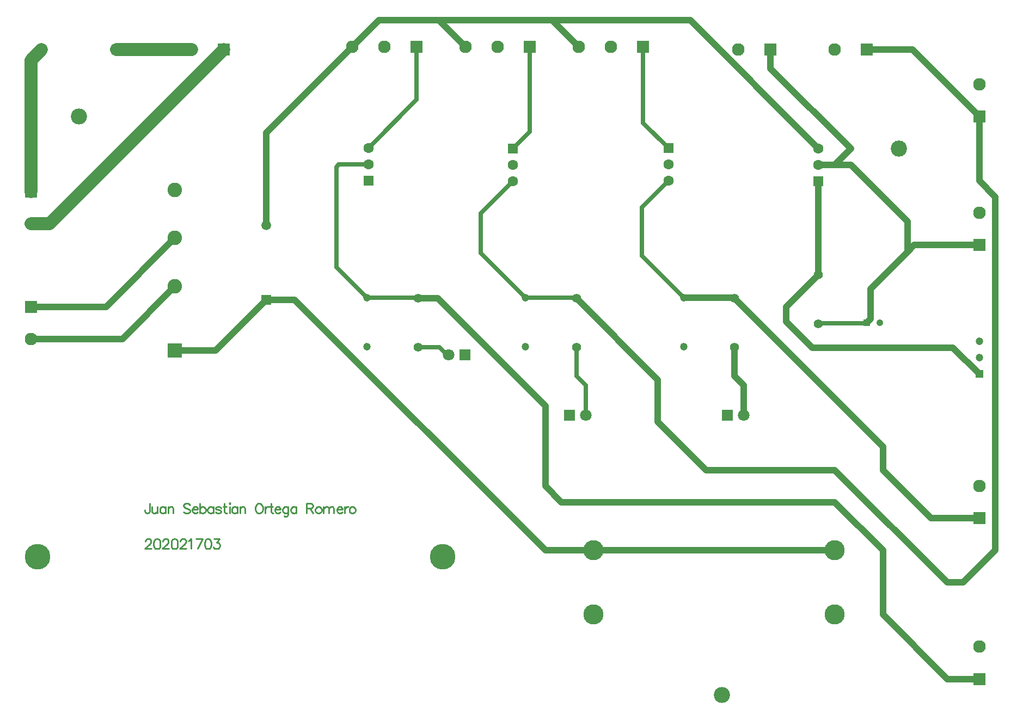
<source format=gtl>
G04*
G04 #@! TF.GenerationSoftware,Altium Limited,Altium Designer,22.8.2 (66)*
G04*
G04 Layer_Physical_Order=1*
G04 Layer_Color=255*
%FSLAX23Y23*%
%MOIN*%
G70*
G04*
G04 #@! TF.SameCoordinates,A233365A-AB87-4AD3-B6C5-22BC27BC872C*
G04*
G04*
G04 #@! TF.FilePolarity,Positive*
G04*
G01*
G75*
%ADD13C,0.028*%
%ADD14C,0.010*%
%ADD38C,0.039*%
%ADD39C,0.079*%
%ADD40C,0.063*%
%ADD41R,0.063X0.063*%
%ADD42C,0.157*%
%ADD43C,0.123*%
%ADD44O,0.099X0.097*%
%ADD45O,0.099X0.099*%
%ADD46C,0.055*%
%ADD47C,0.063*%
%ADD48R,0.063X0.063*%
%ADD49C,0.071*%
%ADD50R,0.071X0.071*%
%ADD51C,0.047*%
%ADD52R,0.077X0.077*%
%ADD53C,0.077*%
%ADD54R,0.077X0.077*%
%ADD55C,0.059*%
%ADD56R,0.059X0.059*%
%ADD57C,0.089*%
%ADD58R,0.089X0.089*%
%ADD59R,0.059X0.059*%
%ADD60R,0.047X0.047*%
%ADD61R,0.041X0.041*%
%ADD62C,0.041*%
D13*
X2362Y3743D02*
X2657Y4039D01*
Y4364D01*
X4044Y3898D02*
X4199Y3743D01*
X4044Y3898D02*
Y4364D01*
X4035Y3085D02*
Y3379D01*
X4199Y3543D01*
X3248Y3740D02*
X3351Y3843D01*
Y4364D01*
X3051Y3343D02*
X3248Y3540D01*
X3051Y3099D02*
Y3343D01*
Y3099D02*
X3322Y2828D01*
X2165Y3627D02*
X2181Y3643D01*
X2362D01*
X2165Y3015D02*
Y3627D01*
X5118Y2668D02*
X5120Y2671D01*
X4035Y3085D02*
X4292Y2828D01*
X5120Y2671D02*
X5411D01*
X5413Y2673D01*
X3635Y2347D02*
Y2523D01*
Y2347D02*
X3692Y2289D01*
Y2108D02*
Y2289D01*
X3325Y2826D02*
X3632D01*
X3322Y2828D02*
X3325Y2826D01*
X3632D02*
X3635Y2823D01*
X2795Y2523D02*
X2842Y2476D01*
X2667Y2523D02*
X2795D01*
X2842Y2476D02*
X2854D01*
X2355Y2826D02*
X2665D01*
X2352Y2828D02*
X2355Y2826D01*
X2665D02*
X2667Y2823D01*
X2165Y3015D02*
X2352Y2828D01*
X820Y4346D02*
X838Y4364D01*
X341Y4351D02*
X343Y4349D01*
D14*
X997Y1335D02*
Y1338D01*
X1000Y1344D01*
X1003Y1347D01*
X1009Y1350D01*
X1020D01*
X1026Y1347D01*
X1029Y1344D01*
X1031Y1338D01*
Y1332D01*
X1029Y1327D01*
X1023Y1318D01*
X994Y1290D01*
X1034D01*
X1065Y1350D02*
X1056Y1347D01*
X1051Y1338D01*
X1048Y1324D01*
Y1315D01*
X1051Y1301D01*
X1056Y1292D01*
X1065Y1290D01*
X1071D01*
X1079Y1292D01*
X1085Y1301D01*
X1088Y1315D01*
Y1324D01*
X1085Y1338D01*
X1079Y1347D01*
X1071Y1350D01*
X1065D01*
X1104Y1335D02*
Y1338D01*
X1107Y1344D01*
X1110Y1347D01*
X1115Y1350D01*
X1127D01*
X1133Y1347D01*
X1135Y1344D01*
X1138Y1338D01*
Y1332D01*
X1135Y1327D01*
X1130Y1318D01*
X1101Y1290D01*
X1141D01*
X1172Y1350D02*
X1163Y1347D01*
X1157Y1338D01*
X1155Y1324D01*
Y1315D01*
X1157Y1301D01*
X1163Y1292D01*
X1172Y1290D01*
X1177D01*
X1186Y1292D01*
X1192Y1301D01*
X1194Y1315D01*
Y1324D01*
X1192Y1338D01*
X1186Y1347D01*
X1177Y1350D01*
X1172D01*
X1211Y1335D02*
Y1338D01*
X1214Y1344D01*
X1216Y1347D01*
X1222Y1350D01*
X1234D01*
X1239Y1347D01*
X1242Y1344D01*
X1245Y1338D01*
Y1332D01*
X1242Y1327D01*
X1236Y1318D01*
X1208Y1290D01*
X1248D01*
X1261Y1338D02*
X1267Y1341D01*
X1276Y1350D01*
Y1290D01*
X1345Y1350D02*
X1317Y1290D01*
X1305Y1350D02*
X1345D01*
X1376D02*
X1367Y1347D01*
X1362Y1338D01*
X1359Y1324D01*
Y1315D01*
X1362Y1301D01*
X1367Y1292D01*
X1376Y1290D01*
X1382D01*
X1390Y1292D01*
X1396Y1301D01*
X1399Y1315D01*
Y1324D01*
X1396Y1338D01*
X1390Y1347D01*
X1382Y1350D01*
X1376D01*
X1418D02*
X1449D01*
X1432Y1327D01*
X1441D01*
X1446Y1324D01*
X1449Y1321D01*
X1452Y1312D01*
Y1307D01*
X1449Y1298D01*
X1444Y1292D01*
X1435Y1290D01*
X1426D01*
X1418Y1292D01*
X1415Y1295D01*
X1412Y1301D01*
X1023Y1566D02*
Y1521D01*
X1020Y1512D01*
X1017Y1509D01*
X1011Y1506D01*
X1006D01*
X1000Y1509D01*
X997Y1512D01*
X994Y1521D01*
Y1526D01*
X1038Y1546D02*
Y1518D01*
X1041Y1509D01*
X1047Y1506D01*
X1055D01*
X1061Y1509D01*
X1070Y1518D01*
Y1546D02*
Y1506D01*
X1120Y1546D02*
Y1506D01*
Y1538D02*
X1114Y1544D01*
X1108Y1546D01*
X1100D01*
X1094Y1544D01*
X1088Y1538D01*
X1085Y1529D01*
Y1524D01*
X1088Y1515D01*
X1094Y1509D01*
X1100Y1506D01*
X1108D01*
X1114Y1509D01*
X1120Y1515D01*
X1136Y1546D02*
Y1506D01*
Y1535D02*
X1144Y1544D01*
X1150Y1546D01*
X1159D01*
X1164Y1544D01*
X1167Y1535D01*
Y1506D01*
X1270Y1558D02*
X1264Y1564D01*
X1256Y1566D01*
X1244D01*
X1236Y1564D01*
X1230Y1558D01*
Y1552D01*
X1233Y1546D01*
X1236Y1544D01*
X1241Y1541D01*
X1258Y1535D01*
X1264Y1532D01*
X1267Y1529D01*
X1270Y1524D01*
Y1515D01*
X1264Y1509D01*
X1256Y1506D01*
X1244D01*
X1236Y1509D01*
X1230Y1515D01*
X1283Y1529D02*
X1318D01*
Y1535D01*
X1315Y1541D01*
X1312Y1544D01*
X1306Y1546D01*
X1298D01*
X1292Y1544D01*
X1286Y1538D01*
X1283Y1529D01*
Y1524D01*
X1286Y1515D01*
X1292Y1509D01*
X1298Y1506D01*
X1306D01*
X1312Y1509D01*
X1318Y1515D01*
X1330Y1566D02*
Y1506D01*
Y1538D02*
X1336Y1544D01*
X1342Y1546D01*
X1350D01*
X1356Y1544D01*
X1362Y1538D01*
X1365Y1529D01*
Y1524D01*
X1362Y1515D01*
X1356Y1509D01*
X1350Y1506D01*
X1342D01*
X1336Y1509D01*
X1330Y1515D01*
X1412Y1546D02*
Y1506D01*
Y1538D02*
X1406Y1544D01*
X1400Y1546D01*
X1392D01*
X1386Y1544D01*
X1380Y1538D01*
X1378Y1529D01*
Y1524D01*
X1380Y1515D01*
X1386Y1509D01*
X1392Y1506D01*
X1400D01*
X1406Y1509D01*
X1412Y1515D01*
X1459Y1538D02*
X1456Y1544D01*
X1448Y1546D01*
X1439D01*
X1431Y1544D01*
X1428Y1538D01*
X1431Y1532D01*
X1436Y1529D01*
X1451Y1526D01*
X1456Y1524D01*
X1459Y1518D01*
Y1515D01*
X1456Y1509D01*
X1448Y1506D01*
X1439D01*
X1431Y1509D01*
X1428Y1515D01*
X1480Y1566D02*
Y1518D01*
X1483Y1509D01*
X1489Y1506D01*
X1495D01*
X1472Y1546D02*
X1492D01*
X1509Y1566D02*
X1512Y1564D01*
X1515Y1566D01*
X1512Y1569D01*
X1509Y1566D01*
X1512Y1546D02*
Y1506D01*
X1560Y1546D02*
Y1506D01*
Y1538D02*
X1554Y1544D01*
X1548Y1546D01*
X1540D01*
X1534Y1544D01*
X1528Y1538D01*
X1525Y1529D01*
Y1524D01*
X1528Y1515D01*
X1534Y1509D01*
X1540Y1506D01*
X1548D01*
X1554Y1509D01*
X1560Y1515D01*
X1576Y1546D02*
Y1506D01*
Y1535D02*
X1584Y1544D01*
X1590Y1546D01*
X1598D01*
X1604Y1544D01*
X1607Y1535D01*
Y1506D01*
X1687Y1566D02*
X1681Y1564D01*
X1676Y1558D01*
X1673Y1552D01*
X1670Y1544D01*
Y1529D01*
X1673Y1521D01*
X1676Y1515D01*
X1681Y1509D01*
X1687Y1506D01*
X1698D01*
X1704Y1509D01*
X1710Y1515D01*
X1713Y1521D01*
X1716Y1529D01*
Y1544D01*
X1713Y1552D01*
X1710Y1558D01*
X1704Y1564D01*
X1698Y1566D01*
X1687D01*
X1730Y1546D02*
Y1506D01*
Y1529D02*
X1732Y1538D01*
X1738Y1544D01*
X1744Y1546D01*
X1752D01*
X1766Y1566D02*
Y1518D01*
X1769Y1509D01*
X1775Y1506D01*
X1781D01*
X1758Y1546D02*
X1778D01*
X1789Y1529D02*
X1824D01*
Y1535D01*
X1821Y1541D01*
X1818Y1544D01*
X1812Y1546D01*
X1804D01*
X1798Y1544D01*
X1792Y1538D01*
X1789Y1529D01*
Y1524D01*
X1792Y1515D01*
X1798Y1509D01*
X1804Y1506D01*
X1812D01*
X1818Y1509D01*
X1824Y1515D01*
X1871Y1546D02*
Y1501D01*
X1868Y1492D01*
X1865Y1489D01*
X1859Y1486D01*
X1851D01*
X1845Y1489D01*
X1871Y1538D02*
X1865Y1544D01*
X1859Y1546D01*
X1851D01*
X1845Y1544D01*
X1839Y1538D01*
X1836Y1529D01*
Y1524D01*
X1839Y1515D01*
X1845Y1509D01*
X1851Y1506D01*
X1859D01*
X1865Y1509D01*
X1871Y1515D01*
X1921Y1546D02*
Y1506D01*
Y1538D02*
X1915Y1544D01*
X1909Y1546D01*
X1901D01*
X1895Y1544D01*
X1889Y1538D01*
X1887Y1529D01*
Y1524D01*
X1889Y1515D01*
X1895Y1509D01*
X1901Y1506D01*
X1909D01*
X1915Y1509D01*
X1921Y1515D01*
X1984Y1566D02*
Y1506D01*
Y1566D02*
X2010D01*
X2018Y1564D01*
X2021Y1561D01*
X2024Y1555D01*
Y1549D01*
X2021Y1544D01*
X2018Y1541D01*
X2010Y1538D01*
X1984D01*
X2004D02*
X2024Y1506D01*
X2052Y1546D02*
X2046Y1544D01*
X2040Y1538D01*
X2037Y1529D01*
Y1524D01*
X2040Y1515D01*
X2046Y1509D01*
X2052Y1506D01*
X2060D01*
X2066Y1509D01*
X2072Y1515D01*
X2075Y1524D01*
Y1529D01*
X2072Y1538D01*
X2066Y1544D01*
X2060Y1546D01*
X2052D01*
X2088D02*
Y1506D01*
Y1535D02*
X2096Y1544D01*
X2102Y1546D01*
X2111D01*
X2116Y1544D01*
X2119Y1535D01*
Y1506D01*
Y1535D02*
X2128Y1544D01*
X2133Y1546D01*
X2142D01*
X2148Y1544D01*
X2151Y1535D01*
Y1506D01*
X2169Y1529D02*
X2204D01*
Y1535D01*
X2201Y1541D01*
X2198Y1544D01*
X2192Y1546D01*
X2184D01*
X2178Y1544D01*
X2172Y1538D01*
X2169Y1529D01*
Y1524D01*
X2172Y1515D01*
X2178Y1509D01*
X2184Y1506D01*
X2192D01*
X2198Y1509D01*
X2204Y1515D01*
X2217Y1546D02*
Y1506D01*
Y1529D02*
X2219Y1538D01*
X2225Y1544D01*
X2231Y1546D01*
X2239D01*
X2259D02*
X2253Y1544D01*
X2248Y1538D01*
X2245Y1529D01*
Y1524D01*
X2248Y1515D01*
X2253Y1509D01*
X2259Y1506D01*
X2268D01*
X2273Y1509D01*
X2279Y1515D01*
X2282Y1524D01*
Y1529D01*
X2279Y1538D01*
X2273Y1544D01*
X2268Y1546D01*
X2259D01*
D38*
X5436Y2696D02*
Y2882D01*
X5663Y3108D01*
X5413Y2673D02*
X5436Y2696D01*
X5663Y3108D02*
X5704Y3150D01*
X6102D01*
X5663Y3108D02*
Y3294D01*
X5217Y3642D02*
X5315D01*
X5118D02*
X5217D01*
X5315Y3740D01*
X4823Y4232D02*
X5315Y3740D01*
X6201Y1280D02*
Y3445D01*
X6102Y3543D02*
Y3937D01*
Y3543D02*
X6201Y3445D01*
X3487Y4528D02*
X3651Y4364D01*
X2794Y4528D02*
X3487D01*
X2794D02*
X2957Y4364D01*
X2427Y4528D02*
X2794D01*
X2264Y4364D02*
X2427Y4528D01*
X4332D02*
X5118Y3742D01*
X3487Y4528D02*
X4332D01*
X5693Y4346D02*
X6102Y3937D01*
X5413Y4346D02*
X5693D01*
X4602Y2347D02*
X4660Y2289D01*
X4602Y2347D02*
Y2523D01*
X4660Y2108D02*
Y2289D01*
X5118Y2968D02*
Y3542D01*
X5118Y2968D02*
X5118Y2968D01*
Y3542D02*
X5118Y3542D01*
X5315Y3642D02*
X5663Y3294D01*
X4823Y4232D02*
Y4346D01*
X6004Y1083D02*
X6201Y1280D01*
X5906Y1083D02*
X6004D01*
X5217Y1772D02*
X5906Y1083D01*
X5512Y886D02*
Y1280D01*
Y886D02*
X5906Y492D01*
X5217Y1575D02*
X5512Y1280D01*
Y1772D02*
X5807Y1476D01*
X5512Y1772D02*
Y1914D01*
X5807Y1476D02*
X6102D01*
X4429Y1772D02*
X5217D01*
X4134Y2067D02*
X4429Y1772D01*
X4134Y2067D02*
Y2324D01*
X3635Y2823D02*
X4134Y2324D01*
X4602Y2823D02*
X5512Y1914D01*
X4921Y2681D02*
X5080Y2522D01*
X5940D01*
X6102Y2359D01*
X4921Y2681D02*
Y2771D01*
X5118Y2968D01*
X3543Y1575D02*
X5217D01*
X5906Y492D02*
X6102D01*
X4593Y2828D02*
X4598Y2823D01*
X4292Y2828D02*
X4593D01*
X4598Y2823D02*
X4602D01*
X3445Y1673D02*
Y2165D01*
X2787Y2823D02*
X3445Y2165D01*
Y1673D02*
X3543Y1575D01*
X2667Y2823D02*
X2787D01*
X1911Y2814D02*
X3445Y1280D01*
X3740D01*
X1738Y2814D02*
X1911D01*
X3740Y1280D02*
X5217D01*
X1738Y3838D02*
X2264Y4364D01*
X1738Y3272D02*
Y3838D01*
X1428Y2504D02*
X1738Y2814D01*
X1178Y2504D02*
X1428D01*
X855Y2575D02*
X1178Y2898D01*
X295Y2575D02*
X855D01*
X756Y2771D02*
X1178Y3193D01*
X295Y2771D02*
X756D01*
D39*
X820Y4346D02*
X1280D01*
X410Y3280D02*
X1476Y4346D01*
X295Y3280D02*
X410D01*
X295Y3476D02*
Y4280D01*
X361Y4346D01*
D40*
X4199Y3543D02*
D03*
Y3643D02*
D03*
X3248Y3540D02*
D03*
Y3640D02*
D03*
D41*
X4199Y3743D02*
D03*
X3248Y3740D02*
D03*
D42*
X2815Y1240D02*
D03*
X335D02*
D03*
D43*
X3740Y1280D02*
D03*
Y886D02*
D03*
X5217Y1280D02*
D03*
Y886D02*
D03*
D44*
X4528Y394D02*
D03*
X591Y3937D02*
D03*
D45*
X5610Y3740D02*
D03*
D46*
X3635Y2523D02*
D03*
Y2823D02*
D03*
X2667Y2523D02*
D03*
Y2823D02*
D03*
X4602Y2523D02*
D03*
Y2823D02*
D03*
X5118Y2668D02*
D03*
Y2968D02*
D03*
D47*
X2362Y3743D02*
D03*
Y3643D02*
D03*
X5118Y3742D02*
D03*
Y3642D02*
D03*
D48*
X2362Y3543D02*
D03*
X5118Y3542D02*
D03*
D49*
X3692Y2108D02*
D03*
X4660D02*
D03*
X2854Y2476D02*
D03*
D50*
X3592Y2108D02*
D03*
X4560D02*
D03*
X2954Y2476D02*
D03*
D51*
X4292Y2528D02*
D03*
Y2828D02*
D03*
X3322Y2528D02*
D03*
Y2828D02*
D03*
X2352Y2528D02*
D03*
Y2828D02*
D03*
X6102Y2459D02*
D03*
Y2559D02*
D03*
D52*
X5413Y4346D02*
D03*
X4823D02*
D03*
X1476D02*
D03*
X4044Y4364D02*
D03*
X3351D02*
D03*
X2657D02*
D03*
D53*
X5217Y4346D02*
D03*
X4626D02*
D03*
X6102Y1673D02*
D03*
Y689D02*
D03*
Y3346D02*
D03*
X295Y2575D02*
D03*
Y3280D02*
D03*
X1280Y4346D02*
D03*
X3651Y4364D02*
D03*
X3847D02*
D03*
X2957D02*
D03*
X3154D02*
D03*
X2264D02*
D03*
X2461D02*
D03*
X6102Y4134D02*
D03*
D54*
Y1476D02*
D03*
Y492D02*
D03*
Y3150D02*
D03*
X295Y2771D02*
D03*
Y3476D02*
D03*
X6102Y3937D02*
D03*
D55*
X1738Y3272D02*
D03*
X361Y4346D02*
D03*
D56*
X1738Y2814D02*
D03*
D57*
X1178Y3488D02*
D03*
Y3193D02*
D03*
Y2898D02*
D03*
D58*
Y2504D02*
D03*
D59*
X820Y4346D02*
D03*
D60*
X6102Y2359D02*
D03*
D61*
X5413Y2673D02*
D03*
D62*
X5492D02*
D03*
M02*

</source>
